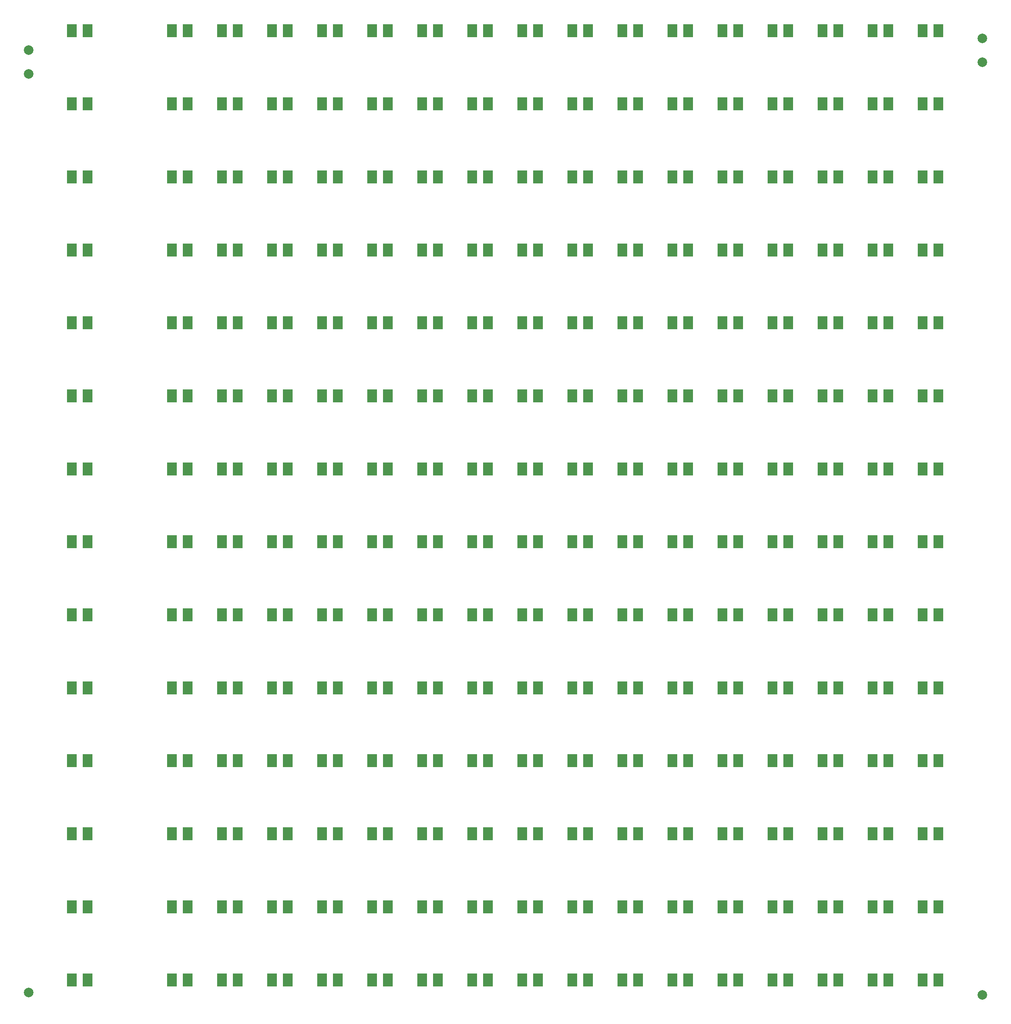
<source format=gbp>
G04 Layer_Color=128*
%FSLAX44Y44*%
%MOMM*%
G71*
G01*
G75*
%ADD10C,2.0000*%
%ADD25R,2.0000X2.8000*%
D10*
X2025000Y2050000D02*
D03*
Y2000000D02*
D03*
X25000Y50000D02*
D03*
X2025000Y45000D02*
D03*
X25000Y2025000D02*
D03*
Y1975000D02*
D03*
D25*
X1899990Y76500D02*
D03*
X1933010D02*
D03*
X1828010Y76500D02*
D03*
X1794990D02*
D03*
X1689990Y76500D02*
D03*
X1723010D02*
D03*
X1618010Y76500D02*
D03*
X1584990D02*
D03*
X1479990D02*
D03*
X1513010D02*
D03*
X1408010Y76500D02*
D03*
X1374990D02*
D03*
X1269990D02*
D03*
X1303010D02*
D03*
X1198010D02*
D03*
X1164990D02*
D03*
X1059990D02*
D03*
X1093010D02*
D03*
X988010D02*
D03*
X954990D02*
D03*
X849990Y76500D02*
D03*
X883010D02*
D03*
X778010Y76500D02*
D03*
X744990D02*
D03*
X639990Y76500D02*
D03*
X673010D02*
D03*
X568010Y76500D02*
D03*
X534990D02*
D03*
X429990D02*
D03*
X463010D02*
D03*
X358010D02*
D03*
X324990D02*
D03*
X114990D02*
D03*
X148010D02*
D03*
X1899990Y229500D02*
D03*
X1933010D02*
D03*
X1828010Y229500D02*
D03*
X1794990D02*
D03*
X1689990Y229500D02*
D03*
X1723010D02*
D03*
X1618010Y229500D02*
D03*
X1584990D02*
D03*
X1479990D02*
D03*
X1513010D02*
D03*
X1408010Y229500D02*
D03*
X1374990D02*
D03*
X1269990D02*
D03*
X1303010D02*
D03*
X1198010D02*
D03*
X1164990D02*
D03*
X1059990D02*
D03*
X1093010D02*
D03*
X988010D02*
D03*
X954990D02*
D03*
X849990Y229500D02*
D03*
X883010D02*
D03*
X778010Y229500D02*
D03*
X744990D02*
D03*
X639990Y229500D02*
D03*
X673010D02*
D03*
X568010Y229500D02*
D03*
X534990D02*
D03*
X429990D02*
D03*
X463010D02*
D03*
X358010D02*
D03*
X324990D02*
D03*
X114990D02*
D03*
X148010D02*
D03*
X1899990Y382500D02*
D03*
X1933010D02*
D03*
X1828010Y382500D02*
D03*
X1794990D02*
D03*
X1689990Y382500D02*
D03*
X1723010D02*
D03*
X1618010Y382500D02*
D03*
X1584990D02*
D03*
X1479990D02*
D03*
X1513010D02*
D03*
X1408010Y382500D02*
D03*
X1374990D02*
D03*
X1269990D02*
D03*
X1303010D02*
D03*
X1198010D02*
D03*
X1164990D02*
D03*
X1059990D02*
D03*
X1093010D02*
D03*
X988010D02*
D03*
X954990D02*
D03*
X849990Y382500D02*
D03*
X883010D02*
D03*
X778010Y382500D02*
D03*
X744990D02*
D03*
X639990Y382500D02*
D03*
X673010D02*
D03*
X568010Y382500D02*
D03*
X534990D02*
D03*
X429990D02*
D03*
X463010D02*
D03*
X358010D02*
D03*
X324990D02*
D03*
X114990D02*
D03*
X148010D02*
D03*
X1899990Y535500D02*
D03*
X1933010D02*
D03*
X1828010Y535500D02*
D03*
X1794990D02*
D03*
X1689990Y535500D02*
D03*
X1723010D02*
D03*
X1618010Y535500D02*
D03*
X1584990D02*
D03*
X1479990D02*
D03*
X1513010D02*
D03*
X1408010Y535500D02*
D03*
X1374990D02*
D03*
X1269990D02*
D03*
X1303010D02*
D03*
X1198010D02*
D03*
X1164990D02*
D03*
X1059990D02*
D03*
X1093010D02*
D03*
X988010D02*
D03*
X954990D02*
D03*
X849990Y535500D02*
D03*
X883010D02*
D03*
X778010Y535500D02*
D03*
X744990D02*
D03*
X639990Y535500D02*
D03*
X673010D02*
D03*
X568010Y535500D02*
D03*
X534990D02*
D03*
X429990D02*
D03*
X463010D02*
D03*
X358010D02*
D03*
X324990D02*
D03*
X114990D02*
D03*
X148010D02*
D03*
X1899990Y688500D02*
D03*
X1933010D02*
D03*
X1828010Y688500D02*
D03*
X1794990D02*
D03*
X1689990Y688500D02*
D03*
X1723010D02*
D03*
X1618010Y688500D02*
D03*
X1584990D02*
D03*
X1479990D02*
D03*
X1513010D02*
D03*
X1408010Y688500D02*
D03*
X1374990D02*
D03*
X1269990D02*
D03*
X1303010D02*
D03*
X1198010D02*
D03*
X1164990D02*
D03*
X1059990D02*
D03*
X1093010D02*
D03*
X988010D02*
D03*
X954990D02*
D03*
X849990Y688500D02*
D03*
X883010D02*
D03*
X778010Y688500D02*
D03*
X744990D02*
D03*
X639990Y688500D02*
D03*
X673010D02*
D03*
X568010Y688500D02*
D03*
X534990D02*
D03*
X429990D02*
D03*
X463010D02*
D03*
X358010D02*
D03*
X324990D02*
D03*
X114990D02*
D03*
X148010D02*
D03*
X1899990Y841500D02*
D03*
X1933010D02*
D03*
X1828010Y841500D02*
D03*
X1794990D02*
D03*
X1689990Y841500D02*
D03*
X1723010D02*
D03*
X1618010Y841500D02*
D03*
X1584990D02*
D03*
X1479990D02*
D03*
X1513010D02*
D03*
X1408010Y841500D02*
D03*
X1374990D02*
D03*
X1269990D02*
D03*
X1303010D02*
D03*
X1198010D02*
D03*
X1164990D02*
D03*
X1059990D02*
D03*
X1093010D02*
D03*
X988010D02*
D03*
X954990D02*
D03*
X849990Y841500D02*
D03*
X883010D02*
D03*
X778010Y841500D02*
D03*
X744990D02*
D03*
X639990Y841500D02*
D03*
X673010D02*
D03*
X568010Y841500D02*
D03*
X534990D02*
D03*
X429990D02*
D03*
X463010D02*
D03*
X358010D02*
D03*
X324990D02*
D03*
X114990D02*
D03*
X148010D02*
D03*
X1899990Y994500D02*
D03*
X1933010D02*
D03*
X1828010Y994500D02*
D03*
X1794990D02*
D03*
X1689990Y994500D02*
D03*
X1723010D02*
D03*
X1618010Y994500D02*
D03*
X1584990D02*
D03*
X1479990D02*
D03*
X1513010D02*
D03*
X1408010Y994500D02*
D03*
X1374990D02*
D03*
X1269990D02*
D03*
X1303010D02*
D03*
X1198010D02*
D03*
X1164990D02*
D03*
X1059990D02*
D03*
X1093010D02*
D03*
X988010D02*
D03*
X954990D02*
D03*
X849990Y994500D02*
D03*
X883010D02*
D03*
X778010Y994500D02*
D03*
X744990D02*
D03*
X639990Y994500D02*
D03*
X673010D02*
D03*
X568010Y994500D02*
D03*
X534990D02*
D03*
X429990D02*
D03*
X463010D02*
D03*
X358010D02*
D03*
X324990D02*
D03*
X114990D02*
D03*
X148010D02*
D03*
X1899990Y1147500D02*
D03*
X1933010D02*
D03*
X1828010Y1147500D02*
D03*
X1794990D02*
D03*
X1689990Y1147500D02*
D03*
X1723010D02*
D03*
X1618010Y1147500D02*
D03*
X1584990D02*
D03*
X1479990D02*
D03*
X1513010D02*
D03*
X1408010Y1147500D02*
D03*
X1374990D02*
D03*
X1269990D02*
D03*
X1303010D02*
D03*
X1198010D02*
D03*
X1164990D02*
D03*
X1059990D02*
D03*
X1093010D02*
D03*
X988010D02*
D03*
X954990D02*
D03*
X849990Y1147500D02*
D03*
X883010D02*
D03*
X778010Y1147500D02*
D03*
X744990D02*
D03*
X639990Y1147500D02*
D03*
X673010D02*
D03*
X568010Y1147500D02*
D03*
X534990D02*
D03*
X429990D02*
D03*
X463010D02*
D03*
X358010D02*
D03*
X324990D02*
D03*
X114990D02*
D03*
X148010D02*
D03*
X1899990Y1300500D02*
D03*
X1933010D02*
D03*
X1828010Y1300500D02*
D03*
X1794990D02*
D03*
X1689990Y1300500D02*
D03*
X1723010D02*
D03*
X1618010Y1300500D02*
D03*
X1584990D02*
D03*
X1479990D02*
D03*
X1513010D02*
D03*
X1408010Y1300500D02*
D03*
X1374990D02*
D03*
X1269990D02*
D03*
X1303010D02*
D03*
X1198010D02*
D03*
X1164990D02*
D03*
X1059990D02*
D03*
X1093010D02*
D03*
X988010D02*
D03*
X954990D02*
D03*
X849990Y1300500D02*
D03*
X883010D02*
D03*
X778010Y1300500D02*
D03*
X744990D02*
D03*
X639990Y1300500D02*
D03*
X673010D02*
D03*
X568010Y1300500D02*
D03*
X534990D02*
D03*
X429990D02*
D03*
X463010D02*
D03*
X358010D02*
D03*
X324990D02*
D03*
X114990D02*
D03*
X148010D02*
D03*
X1899990Y1453500D02*
D03*
X1933010D02*
D03*
X1828010Y1453500D02*
D03*
X1794990D02*
D03*
X1689990Y1453500D02*
D03*
X1723010D02*
D03*
X1618010Y1453500D02*
D03*
X1584990D02*
D03*
X1479990D02*
D03*
X1513010D02*
D03*
X1408010Y1453500D02*
D03*
X1374990D02*
D03*
X1269990D02*
D03*
X1303010D02*
D03*
X1198010D02*
D03*
X1164990D02*
D03*
X1059990D02*
D03*
X1093010D02*
D03*
X988010D02*
D03*
X954990D02*
D03*
X849990Y1453500D02*
D03*
X883010D02*
D03*
X778010Y1453500D02*
D03*
X744990D02*
D03*
X639990Y1453500D02*
D03*
X673010D02*
D03*
X568010Y1453500D02*
D03*
X534990D02*
D03*
X429990D02*
D03*
X463010D02*
D03*
X358010D02*
D03*
X324990D02*
D03*
X114990D02*
D03*
X148010D02*
D03*
X1899990Y1606500D02*
D03*
X1933010D02*
D03*
X1828010Y1606500D02*
D03*
X1794990D02*
D03*
X1689990Y1606500D02*
D03*
X1723010D02*
D03*
X1618010Y1606500D02*
D03*
X1584990D02*
D03*
X1479990D02*
D03*
X1513010D02*
D03*
X1408010Y1606500D02*
D03*
X1374990D02*
D03*
X1269990D02*
D03*
X1303010D02*
D03*
X1198010D02*
D03*
X1164990D02*
D03*
X1059990D02*
D03*
X1093010D02*
D03*
X988010D02*
D03*
X954990D02*
D03*
X849990Y1606500D02*
D03*
X883010D02*
D03*
X778010Y1606500D02*
D03*
X744990D02*
D03*
X639990Y1606500D02*
D03*
X673010D02*
D03*
X568010Y1606500D02*
D03*
X534990D02*
D03*
X429990D02*
D03*
X463010D02*
D03*
X358010D02*
D03*
X324990D02*
D03*
X114990D02*
D03*
X148010D02*
D03*
X1899990Y1759500D02*
D03*
X1933010D02*
D03*
X1828010Y1759500D02*
D03*
X1794990D02*
D03*
X1689990Y1759500D02*
D03*
X1723010D02*
D03*
X1618010Y1759500D02*
D03*
X1584990D02*
D03*
X1479990D02*
D03*
X1513010D02*
D03*
X1408010Y1759500D02*
D03*
X1374990D02*
D03*
X1269990D02*
D03*
X1303010D02*
D03*
X1198010D02*
D03*
X1164990D02*
D03*
X1059990D02*
D03*
X1093010D02*
D03*
X988010D02*
D03*
X954990D02*
D03*
X849990Y1759500D02*
D03*
X883010D02*
D03*
X778010Y1759500D02*
D03*
X744990D02*
D03*
X639990Y1759500D02*
D03*
X673010D02*
D03*
X568010Y1759500D02*
D03*
X534990D02*
D03*
X429990D02*
D03*
X463010D02*
D03*
X358010D02*
D03*
X324990D02*
D03*
X114990D02*
D03*
X148010D02*
D03*
X1899990Y1912500D02*
D03*
X1933010D02*
D03*
X1828010Y1912500D02*
D03*
X1794990D02*
D03*
X1689990Y1912500D02*
D03*
X1723010D02*
D03*
X1618010Y1912500D02*
D03*
X1584990D02*
D03*
X1479990D02*
D03*
X1513010D02*
D03*
X1408010Y1912500D02*
D03*
X1374990D02*
D03*
X1269990D02*
D03*
X1303010D02*
D03*
X1198010D02*
D03*
X1164990D02*
D03*
X1059990D02*
D03*
X1093010D02*
D03*
X988010D02*
D03*
X954990D02*
D03*
X849990Y1912500D02*
D03*
X883010D02*
D03*
X778010Y1912500D02*
D03*
X744990D02*
D03*
X639990Y1912500D02*
D03*
X673010D02*
D03*
X568010Y1912500D02*
D03*
X534990D02*
D03*
X429990D02*
D03*
X463010D02*
D03*
X358010D02*
D03*
X324990D02*
D03*
X114990D02*
D03*
X148010D02*
D03*
X1899990Y2065500D02*
D03*
X1933010D02*
D03*
X1828010Y2065500D02*
D03*
X1794990D02*
D03*
X1689990Y2065500D02*
D03*
X1723010D02*
D03*
X1618010Y2065500D02*
D03*
X1584990D02*
D03*
X1479990D02*
D03*
X1513010D02*
D03*
X1408010Y2065500D02*
D03*
X1374990D02*
D03*
X1269990D02*
D03*
X1303010D02*
D03*
X1198010D02*
D03*
X1164990D02*
D03*
X1059990D02*
D03*
X1093010D02*
D03*
X988010D02*
D03*
X954990D02*
D03*
X849990Y2065500D02*
D03*
X883010D02*
D03*
X778010Y2065500D02*
D03*
X744990D02*
D03*
X639990Y2065500D02*
D03*
X673010D02*
D03*
X568010Y2065500D02*
D03*
X534990D02*
D03*
X429990D02*
D03*
X463010D02*
D03*
X358010D02*
D03*
X324990D02*
D03*
X114990D02*
D03*
X148010D02*
D03*
M02*

</source>
